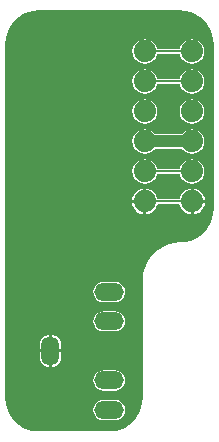
<source format=gbl>
G04*
G04 #@! TF.GenerationSoftware,Altium Limited,CircuitStudio,1.5.2 (30)*
G04*
G04 Layer_Physical_Order=2*
G04 Layer_Color=12500520*
%FSLAX25Y25*%
%MOIN*%
G70*
G01*
G75*
%ADD11C,0.00591*%
%ADD12O,0.05906X0.09843*%
%ADD13O,0.09843X0.05906*%
%ADD14C,0.07400*%
%ADD15C,0.03937*%
G36*
X452756Y534728D02*
X454493Y534592D01*
X456188Y534185D01*
X457798Y533518D01*
X459284Y532607D01*
X460609Y531475D01*
X461741Y530150D01*
X462652Y528664D01*
X463319Y527054D01*
X463726Y525359D01*
X463862Y523622D01*
X463865D01*
Y468504D01*
X463862D01*
X463726Y466767D01*
X463319Y465072D01*
X462652Y463462D01*
X461741Y461976D01*
X460609Y460651D01*
X459284Y459519D01*
X457798Y458608D01*
X456188Y457941D01*
X454493Y457534D01*
X452779Y457399D01*
X452756Y457420D01*
Y457420D01*
X450794Y457266D01*
X448881Y456807D01*
X447063Y456054D01*
X445386Y455026D01*
X443890Y453748D01*
X442612Y452252D01*
X441584Y450574D01*
X440831Y448757D01*
X440372Y446843D01*
X440217Y444882D01*
X440242D01*
Y405512D01*
X440240D01*
X440103Y403774D01*
X439697Y402080D01*
X439030Y400470D01*
X438119Y398984D01*
X436987Y397658D01*
X435662Y396527D01*
X434176Y395616D01*
X432566Y394949D01*
X430871Y394542D01*
X429134Y394406D01*
Y394403D01*
X405512D01*
Y394406D01*
X403774Y394542D01*
X402080Y394949D01*
X400470Y395616D01*
X398984Y396527D01*
X397658Y397658D01*
X396527Y398984D01*
X395616Y400470D01*
X394949Y402080D01*
X394542Y403774D01*
X394406Y405512D01*
X394403D01*
Y523622D01*
X394406D01*
X394542Y525359D01*
X394949Y527054D01*
X395616Y528664D01*
X396527Y530150D01*
X397658Y531475D01*
X398984Y532607D01*
X400470Y533518D01*
X402080Y534185D01*
X403774Y534592D01*
X405512Y534728D01*
Y534731D01*
X452756D01*
Y534728D01*
D02*
G37*
%LPC*%
G36*
X431102Y434478D02*
X427165D01*
X426292Y434363D01*
X425478Y434025D01*
X424779Y433489D01*
X424242Y432790D01*
X423905Y431976D01*
X423790Y431102D01*
X423905Y430229D01*
X424242Y429415D01*
X424779Y428716D01*
X425478Y428179D01*
X426292Y427842D01*
X427165Y427727D01*
X431102D01*
X431976Y427842D01*
X432790Y428179D01*
X433489Y428716D01*
X434025Y429415D01*
X434363Y430229D01*
X434478Y431102D01*
X434363Y431976D01*
X434025Y432790D01*
X433489Y433489D01*
X432790Y434025D01*
X431976Y434363D01*
X431102Y434478D01*
D02*
G37*
G36*
X409949Y426736D02*
Y421760D01*
X413023D01*
Y423228D01*
X412901Y424153D01*
X412544Y425015D01*
X411976Y425756D01*
X411236Y426323D01*
X410374Y426681D01*
X409949Y426736D01*
D02*
G37*
G36*
X441445Y475325D02*
Y471063D01*
Y466801D01*
X442065Y466883D01*
X443109Y467315D01*
X444005Y468003D01*
X444693Y468899D01*
X445125Y469943D01*
X445180Y470361D01*
X452458D01*
X452513Y469943D01*
X452945Y468899D01*
X453633Y468003D01*
X454529Y467315D01*
X455573Y466883D01*
X456193Y466801D01*
Y471063D01*
Y475325D01*
X455573Y475243D01*
X454529Y474811D01*
X453633Y474123D01*
X452945Y473227D01*
X452513Y472183D01*
X452458Y471766D01*
X445180D01*
X445125Y472183D01*
X444693Y473227D01*
X444005Y474123D01*
X443109Y474811D01*
X442065Y475243D01*
X441445Y475325D01*
D02*
G37*
G36*
X431102Y444320D02*
X427165D01*
X426292Y444205D01*
X425478Y443868D01*
X424779Y443332D01*
X424242Y442633D01*
X423905Y441819D01*
X423790Y440945D01*
X423905Y440071D01*
X424242Y439257D01*
X424779Y438558D01*
X425478Y438022D01*
X426292Y437685D01*
X427165Y437570D01*
X431102D01*
X431976Y437685D01*
X432790Y438022D01*
X433489Y438558D01*
X434025Y439257D01*
X434363Y440071D01*
X434478Y440945D01*
X434363Y441819D01*
X434025Y442633D01*
X433489Y443332D01*
X432790Y443868D01*
X431976Y444205D01*
X431102Y444320D01*
D02*
G37*
G36*
Y414793D02*
X427165D01*
X426292Y414678D01*
X425478Y414340D01*
X424779Y413804D01*
X424242Y413105D01*
X423905Y412291D01*
X423790Y411417D01*
X423905Y410544D01*
X424242Y409730D01*
X424779Y409031D01*
X425478Y408494D01*
X426292Y408157D01*
X427165Y408042D01*
X431102D01*
X431976Y408157D01*
X432790Y408494D01*
X433489Y409031D01*
X434025Y409730D01*
X434363Y410544D01*
X434478Y411417D01*
X434363Y412291D01*
X434025Y413105D01*
X433489Y413804D01*
X432790Y414340D01*
X431976Y414678D01*
X431102Y414793D01*
D02*
G37*
G36*
Y404950D02*
X427165D01*
X426292Y404835D01*
X425478Y404498D01*
X424779Y403962D01*
X424242Y403263D01*
X423905Y402448D01*
X423790Y401575D01*
X423905Y400701D01*
X424242Y399887D01*
X424779Y399188D01*
X425478Y398652D01*
X426292Y398314D01*
X427165Y398200D01*
X431102D01*
X431976Y398314D01*
X432790Y398652D01*
X433489Y399188D01*
X434025Y399887D01*
X434363Y400701D01*
X434478Y401575D01*
X434363Y402448D01*
X434025Y403263D01*
X433489Y403962D01*
X432790Y404498D01*
X431976Y404835D01*
X431102Y404950D01*
D02*
G37*
G36*
X413023Y420760D02*
X409949D01*
Y415783D01*
X410374Y415839D01*
X411236Y416196D01*
X411976Y416764D01*
X412544Y417504D01*
X412901Y418366D01*
X413023Y419291D01*
Y420760D01*
D02*
G37*
G36*
X408949Y426736D02*
X408524Y426681D01*
X407662Y426323D01*
X406922Y425756D01*
X406354Y425015D01*
X405997Y424153D01*
X405875Y423228D01*
Y421760D01*
X408949D01*
Y426736D01*
D02*
G37*
G36*
Y420760D02*
X405875D01*
Y419291D01*
X405997Y418366D01*
X406354Y417504D01*
X406922Y416764D01*
X407662Y416196D01*
X408524Y415839D01*
X408949Y415783D01*
Y420760D01*
D02*
G37*
G36*
X456693Y505192D02*
X455624Y505051D01*
X454628Y504639D01*
X453773Y503983D01*
X453117Y503127D01*
X452705Y502132D01*
X452564Y501063D01*
X452705Y499994D01*
X453117Y498998D01*
X453773Y498143D01*
X454628Y497487D01*
X455624Y497075D01*
X456693Y496934D01*
X457762Y497075D01*
X458757Y497487D01*
X459613Y498143D01*
X460269Y498998D01*
X460681Y499994D01*
X460822Y501063D01*
X460681Y502132D01*
X460269Y503127D01*
X459613Y503983D01*
X458757Y504639D01*
X457762Y505051D01*
X456693Y505192D01*
D02*
G37*
G36*
X440945Y495192D02*
X439876Y495051D01*
X438880Y494639D01*
X438025Y493983D01*
X437369Y493127D01*
X436957Y492132D01*
X436816Y491063D01*
X436957Y489994D01*
X437369Y488999D01*
X438025Y488143D01*
X438880Y487487D01*
X439876Y487075D01*
X440945Y486934D01*
X442014Y487075D01*
X443009Y487487D01*
X443864Y488143D01*
X444257Y488655D01*
X453381D01*
X453773Y488143D01*
X454628Y487487D01*
X455624Y487075D01*
X456693Y486934D01*
X457762Y487075D01*
X458757Y487487D01*
X459613Y488143D01*
X460269Y488999D01*
X460681Y489994D01*
X460822Y491063D01*
X460681Y492132D01*
X460269Y493127D01*
X459613Y493983D01*
X458757Y494639D01*
X457762Y495051D01*
X456693Y495192D01*
X455624Y495051D01*
X454628Y494639D01*
X453773Y493983D01*
X453381Y493471D01*
X444257D01*
X443864Y493983D01*
X443009Y494639D01*
X442014Y495051D01*
X440945Y495192D01*
D02*
G37*
G36*
Y505192D02*
X439876Y505051D01*
X438880Y504639D01*
X438025Y503983D01*
X437369Y503127D01*
X436957Y502132D01*
X436816Y501063D01*
X436957Y499994D01*
X437369Y498998D01*
X438025Y498143D01*
X438880Y497487D01*
X439876Y497075D01*
X440945Y496934D01*
X442014Y497075D01*
X443009Y497487D01*
X443864Y498143D01*
X444521Y498998D01*
X444933Y499994D01*
X445074Y501063D01*
X444933Y502132D01*
X444521Y503127D01*
X443864Y503983D01*
X443009Y504639D01*
X442014Y505051D01*
X440945Y505192D01*
D02*
G37*
G36*
Y525192D02*
X439876Y525051D01*
X438880Y524639D01*
X438025Y523983D01*
X437369Y523128D01*
X436957Y522132D01*
X436816Y521063D01*
X436957Y519994D01*
X437369Y518998D01*
X438025Y518143D01*
X438880Y517487D01*
X439876Y517075D01*
X440945Y516934D01*
X442014Y517075D01*
X443009Y517487D01*
X443864Y518143D01*
X444521Y518998D01*
X444933Y519994D01*
X444981Y520361D01*
X452656D01*
X452705Y519994D01*
X453117Y518998D01*
X453773Y518143D01*
X454628Y517487D01*
X455624Y517075D01*
X456693Y516934D01*
X457762Y517075D01*
X458757Y517487D01*
X459613Y518143D01*
X460269Y518998D01*
X460681Y519994D01*
X460822Y521063D01*
X460681Y522132D01*
X460269Y523128D01*
X459613Y523983D01*
X458757Y524639D01*
X457762Y525051D01*
X456693Y525192D01*
X455624Y525051D01*
X454628Y524639D01*
X453773Y523983D01*
X453117Y523128D01*
X452705Y522132D01*
X452656Y521766D01*
X444981D01*
X444933Y522132D01*
X444521Y523128D01*
X443864Y523983D01*
X443009Y524639D01*
X442014Y525051D01*
X440945Y525192D01*
D02*
G37*
G36*
Y515192D02*
X439876Y515051D01*
X438880Y514639D01*
X438025Y513983D01*
X437369Y513128D01*
X436957Y512132D01*
X436816Y511063D01*
X436957Y509994D01*
X437369Y508998D01*
X438025Y508143D01*
X438880Y507487D01*
X439876Y507075D01*
X440945Y506934D01*
X442014Y507075D01*
X443009Y507487D01*
X443864Y508143D01*
X444521Y508998D01*
X444933Y509994D01*
X444981Y510360D01*
X452656D01*
X452705Y509994D01*
X453117Y508998D01*
X453773Y508143D01*
X454628Y507487D01*
X455624Y507075D01*
X456693Y506934D01*
X457762Y507075D01*
X458757Y507487D01*
X459613Y508143D01*
X460269Y508998D01*
X460681Y509994D01*
X460822Y511063D01*
X460681Y512132D01*
X460269Y513128D01*
X459613Y513983D01*
X458757Y514639D01*
X457762Y515051D01*
X456693Y515192D01*
X455624Y515051D01*
X454628Y514639D01*
X453773Y513983D01*
X453117Y513128D01*
X452705Y512132D01*
X452656Y511765D01*
X444981D01*
X444933Y512132D01*
X444521Y513128D01*
X443864Y513983D01*
X443009Y514639D01*
X442014Y515051D01*
X440945Y515192D01*
D02*
G37*
G36*
X440445Y470563D02*
X436683D01*
X436765Y469943D01*
X437197Y468899D01*
X437885Y468003D01*
X438781Y467315D01*
X439825Y466883D01*
X440445Y466801D01*
Y470563D01*
D02*
G37*
G36*
X460955Y470563D02*
X457193D01*
Y466801D01*
X457813Y466883D01*
X458857Y467315D01*
X459753Y468003D01*
X460441Y468899D01*
X460873Y469943D01*
X460955Y470563D01*
D02*
G37*
G36*
X440445Y475325D02*
X439825Y475243D01*
X438781Y474811D01*
X437885Y474123D01*
X437197Y473227D01*
X436765Y472183D01*
X436683Y471563D01*
X440445D01*
Y475325D01*
D02*
G37*
G36*
X440945Y485192D02*
X439876Y485051D01*
X438880Y484639D01*
X438025Y483983D01*
X437369Y483127D01*
X436957Y482132D01*
X436816Y481063D01*
X436957Y479994D01*
X437369Y478999D01*
X438025Y478143D01*
X438880Y477487D01*
X439876Y477075D01*
X440945Y476934D01*
X442014Y477075D01*
X443009Y477487D01*
X443864Y478143D01*
X444521Y478999D01*
X444933Y479994D01*
X444981Y480361D01*
X452656D01*
X452705Y479994D01*
X453117Y478999D01*
X453773Y478143D01*
X454628Y477487D01*
X455624Y477075D01*
X456693Y476934D01*
X457762Y477075D01*
X458757Y477487D01*
X459613Y478143D01*
X460269Y478999D01*
X460681Y479994D01*
X460822Y481063D01*
X460681Y482132D01*
X460269Y483127D01*
X459613Y483983D01*
X458757Y484639D01*
X457762Y485051D01*
X456693Y485192D01*
X455624Y485051D01*
X454628Y484639D01*
X453773Y483983D01*
X453117Y483127D01*
X452705Y482132D01*
X452656Y481766D01*
X444981D01*
X444933Y482132D01*
X444521Y483127D01*
X443864Y483983D01*
X443009Y484639D01*
X442014Y485051D01*
X440945Y485192D01*
D02*
G37*
G36*
X457193Y475325D02*
Y471563D01*
X460955D01*
X460873Y472183D01*
X460441Y473227D01*
X459753Y474123D01*
X458857Y474811D01*
X457813Y475243D01*
X457193Y475325D01*
D02*
G37*
%LPD*%
D11*
X440945Y471063D02*
X456693D01*
X440945Y481063D02*
X456693D01*
X440945Y511063D02*
X456693D01*
X440945Y521063D02*
X456693D01*
D12*
X409449Y421260D02*
D03*
D13*
X429134Y401575D02*
D03*
Y411417D02*
D03*
Y440945D02*
D03*
Y431102D02*
D03*
D14*
X456693Y521063D02*
D03*
Y511063D02*
D03*
Y501063D02*
D03*
Y491063D02*
D03*
Y481063D02*
D03*
Y471063D02*
D03*
X440945Y471063D02*
D03*
Y481063D02*
D03*
Y491063D02*
D03*
Y501063D02*
D03*
Y511063D02*
D03*
Y521063D02*
D03*
D15*
Y491063D02*
X456693D01*
M02*

</source>
